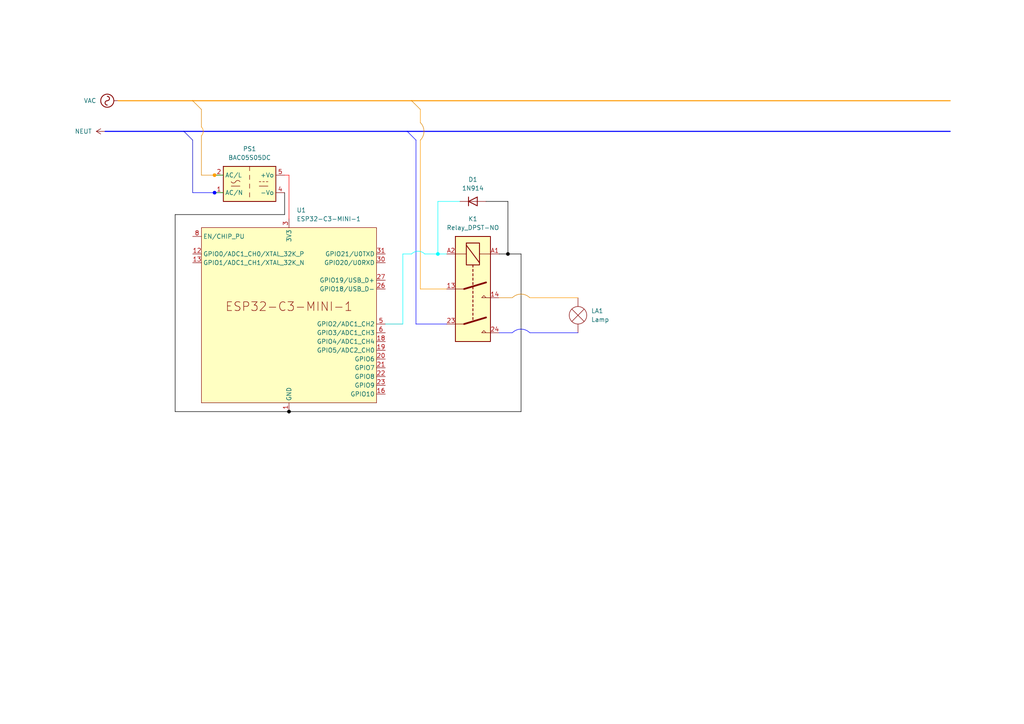
<source format=kicad_sch>
(kicad_sch (version 20230121) (generator eeschema)
  (paper "A4")
  (lib_symbols
    (symbol "Converter_ACDC:BAC05S05DC"
      (property "Reference" "PS" (at 0 6.35 0))
      (property "Value" "BAC05S05DC" (at 0 -6.35 0))
      (symbol "BAC05S05DC_0_1"
        (rectangle (start -7.62 5.08) (end 7.62 -5.08) (stroke (width 0.254)) (fill (type background)))
        (arc (start -5.334 0.635) (mid -4.699 0.2495) (end -4.064 0.635))
        (arc (start -2.794 0.635) (mid -3.429 1.0072) (end -4.064 0.635))
        (polyline (pts (xy -5.334 -0.635) (xy -2.794 -0.635)))
        (polyline (pts (xy 0 -2.54) (xy 0 -3.81)))
        (polyline (pts (xy 0 0) (xy 0 -1.27)))
        (polyline (pts (xy 0 2.54) (xy 0 1.27)))
        (polyline (pts (xy 0 5.08) (xy 0 3.81)))
        (polyline (pts (xy 2.794 -0.635) (xy 5.334 -0.635)))
        (polyline (pts (xy 2.794 0.635) (xy 3.302 0.635)))
        (polyline (pts (xy 3.81 0.635) (xy 4.318 0.635)))
        (polyline (pts (xy 4.826 0.635) (xy 5.334 0.635)))
      )
      (symbol "BAC05S05DC_1_1"
        (pin power_in line (at -10.16 -2.54 0) (length 2.54) (name "AC/N") (number "1"))
        (pin power_in line (at -10.16 2.54 0) (length 2.54) (name "AC/L") (number "2"))
        (pin no_connect line (at 7.62 0 180) (length 2.54) hide (name "NC") (number "3"))
        (pin power_out line (at 10.16 -2.54 180) (length 2.54) (name "-Vo") (number "4"))
        (pin power_out line (at 10.16 2.54 180) (length 2.54) (name "+Vo") (number "5"))
      )
    )
    (symbol "Device:Lamp" (pin_numbers hide) (pin_names (offset 0.0254) hide)
      (property "Reference" "LA" (at 0.635 3.81 0))
      (property "Value" "Lamp" (at 0.635 -3.81 0))
      (symbol "Lamp_0_1"
        (polyline (pts (xy -1.778 1.778) (xy 1.778 -1.778)))
        (polyline (pts (xy 1.778 1.778) (xy -1.778 -1.778)))
        (circle (center 0 0) (radius 2.54))
      )
      (symbol "Lamp_1_1"
        (pin passive line (at 0 -5.08 90) (length 2.54) (name "-") (number "1"))
        (pin passive line (at 0 5.08 270) (length 2.54) (name "+") (number "2"))
      )
    )
    (symbol "Diode:1N914" (pin_numbers hide) (pin_names hide)
      (property "Reference" "D" (at 0 2.54 0))
      (property "Value" "1N914" (at 0 -2.54 0))
      (symbol "1N914_0_1"
        (polyline (pts (xy -1.27 1.27) (xy -1.27 -1.27)) (stroke (width 0.254)))
        (polyline (pts (xy 1.27 0) (xy -1.27 0)))
        (polyline (pts (xy 1.27 1.27) (xy 1.27 -1.27) (xy -1.27 0) (xy 1.27 1.27)) (stroke (width 0.254)))
      )
      (symbol "1N914_1_1"
        (pin passive line (at -3.81 0 0) (length 2.54) (name "K") (number "1"))
        (pin passive line (at 3.81 0 180) (length 2.54) (name "A") (number "2"))
      )
    )
    (symbol "PCM_Espressif:ESP32-C3-MINI-1"
      (property "Reference" "U" (at -25.4 30.48 0))
      (property "Value" "ESP32-C3-MINI-1" (at -25.4 27.94 0))
      (symbol "ESP32-C3-MINI-1_0_0"
        (text "ESP32-C3-MINI-1" (at 0 2.54 0) (effects (font (size 2.54 2.54))))
      )
      (symbol "ESP32-C3-MINI-1_0_1"
        (rectangle (start -25.4 25.4) (end 25.4 -25.4) (fill (type background)))
      )
      (symbol "ESP32-C3-MINI-1_1_1"
        (pin power_in line (at 0 -27.94 90) (length 2.54) (name "GND") (number "1"))
        (pin no_connect line (at -25.4 2.54 0) (length 2.54) hide (name "NC") (number "10"))
        (pin passive line (at 0 -27.94 90) (length 2.54) hide (name "GND") (number "11"))
        (pin bidirectional line (at -27.94 17.78 0) (length 2.54) (name "GPIO0/ADC1_CH0/XTAL_32K_P") (number "12"))
        (pin bidirectional line (at -27.94 15.24 0) (length 2.54) (name "GPIO1/ADC1_CH1/XTAL_32K_N") (number "13"))
        (pin passive line (at 0 -27.94 90) (length 2.54) hide (name "GND") (number "14"))
        (pin no_connect line (at -25.4 0 0) (length 2.54) hide (name "NC") (number "15"))
        (pin bidirectional line (at 27.94 -22.86 180) (length 2.54) (name "GPIO10") (number "16"))
        (pin no_connect line (at -25.4 -2.54 0) (length 2.54) hide (name "NC") (number "17"))
        (pin bidirectional line (at 27.94 -7.62 180) (length 2.54) (name "GPIO4/ADC1_CH4") (number "18"))
        (pin bidirectional line (at 27.94 -10.16 180) (length 2.54) (name "GPIO5/ADC2_CH0") (number "19"))
        (pin passive line (at 0 -27.94 90) (length 2.54) hide (name "GND") (number "2"))
        (pin bidirectional line (at 27.94 -12.7 180) (length 2.54) (name "GPIO6") (number "20"))
        (pin bidirectional line (at 27.94 -15.24 180) (length 2.54) (name "GPIO7") (number "21"))
        (pin bidirectional line (at 27.94 -17.78 180) (length 2.54) (name "GPIO8") (number "22"))
        (pin bidirectional line (at 27.94 -20.32 180) (length 2.54) (name "GPIO9") (number "23"))
        (pin no_connect line (at -25.4 -5.08 0) (length 2.54) hide (name "NC") (number "24"))
        (pin no_connect line (at -25.4 -7.62 0) (length 2.54) hide (name "NC") (number "25"))
        (pin bidirectional line (at 27.94 7.62 180) (length 2.54) (name "GPIO18/USB_D-") (number "26"))
        (pin bidirectional line (at 27.94 10.16 180) (length 2.54) (name "GPIO19/USB_D+") (number "27"))
        (pin no_connect line (at -25.4 -10.16 0) (length 2.54) hide (name "NC") (number "28"))
        (pin no_connect line (at -25.4 -12.7 0) (length 2.54) hide (name "NC") (number "29"))
        (pin power_in line (at 0 27.94 270) (length 2.54) (name "3V3") (number "3"))
        (pin bidirectional line (at 27.94 15.24 180) (length 2.54) (name "GPIO20/U0RXD") (number "30"))
        (pin bidirectional line (at 27.94 17.78 180) (length 2.54) (name "GPIO21/U0TXD") (number "31"))
        (pin no_connect line (at -25.4 -15.24 0) (length 2.54) hide (name "NC") (number "32"))
        (pin no_connect line (at -25.4 -17.78 0) (length 2.54) hide (name "NC") (number "33"))
        (pin no_connect line (at -25.4 -20.32 0) (length 2.54) hide (name "NC") (number "34"))
        (pin no_connect line (at -25.4 -22.86 0) (length 2.54) hide (name "NC") (number "35"))
        (pin passive line (at 0 -27.94 90) (length 2.54) hide (name "GND") (number "36"))
        (pin passive line (at 0 -27.94 90) (length 2.54) hide (name "GND") (number "37"))
        (pin passive line (at 0 -27.94 90) (length 2.54) hide (name "GND") (number "38"))
        (pin passive line (at 0 -27.94 90) (length 2.54) hide (name "GND") (number "39"))
        (pin no_connect line (at -25.4 10.16 0) (length 2.54) hide (name "NC") (number "4"))
        (pin passive line (at 0 -27.94 90) (length 2.54) hide (name "GND") (number "40"))
        (pin passive line (at 0 -27.94 90) (length 2.54) hide (name "GND") (number "41"))
        (pin passive line (at 0 -27.94 90) (length 2.54) hide (name "GND") (number "42"))
        (pin passive line (at 0 -27.94 90) (length 2.54) hide (name "GND") (number "43"))
        (pin passive line (at 0 -27.94 90) (length 2.54) hide (name "GND") (number "44"))
        (pin passive line (at 0 -27.94 90) (length 2.54) hide (name "GND") (number "45"))
        (pin passive line (at 0 -27.94 90) (length 2.54) hide (name "GND") (number "46"))
        (pin passive line (at 0 -27.94 90) (length 2.54) hide (name "GND") (number "47"))
        (pin passive line (at 0 -27.94 90) (length 2.54) hide (name "GND") (number "48"))
        (pin passive line (at 0 -27.94 90) (length 2.54) hide (name "GND") (number "49"))
        (pin bidirectional line (at 27.94 -2.54 180) (length 2.54) (name "GPIO2/ADC1_CH2") (number "5"))
        (pin passive line (at 0 -27.94 90) (length 2.54) hide (name "GND") (number "50"))
        (pin passive line (at 0 -27.94 90) (length 2.54) hide (name "GND") (number "51"))
        (pin passive line (at 0 -27.94 90) (length 2.54) hide (name "GND") (number "52"))
        (pin passive line (at 0 -27.94 90) (length 2.54) hide (name "GND") (number "53"))
        (pin bidirectional line (at 27.94 -5.08 180) (length 2.54) (name "GPIO3/ADC1_CH3") (number "6"))
        (pin no_connect line (at -25.4 7.62 0) (length 2.54) hide (name "NC") (number "7"))
        (pin input line (at -27.94 22.86 0) (length 2.54) (name "EN/CHIP_PU") (number "8"))
        (pin no_connect line (at -25.4 5.08 0) (length 2.54) hide (name "NC") (number "9"))
      )
    )
    (symbol "Relay:Relay_DPST-NO"
      (property "Reference" "K" (at 16.51 3.81 0))
      (property "Value" "Relay_DPST-NO" (at 16.51 1.27 0))
      (symbol "Relay_DPST-NO_0_1"
        (rectangle (start -15.24 5.08) (end 15.24 -5.08) (stroke (width 0.254)) (fill (type background)))
        (rectangle (start -13.335 1.905) (end -6.985 -1.905) (stroke (width 0.254)))
        (polyline (pts (xy -12.7 -1.905) (xy -7.62 1.905)) (stroke (width 0.254)))
        (polyline (pts (xy -10.16 -5.08) (xy -10.16 -1.905)))
        (polyline (pts (xy -10.16 5.08) (xy -10.16 1.905)))
        (polyline (pts (xy -6.985 0) (xy -6.35 0)) (stroke (width 0.254)))
        (polyline (pts (xy -5.715 0) (xy -5.08 0)) (stroke (width 0.254)))
        (polyline (pts (xy -4.445 0) (xy -3.81 0)) (stroke (width 0.254)))
        (polyline (pts (xy -3.175 0) (xy -2.54 0)) (stroke (width 0.254)))
        (polyline (pts (xy -1.905 0) (xy -1.27 0)) (stroke (width 0.254)))
        (polyline (pts (xy -0.635 0) (xy 0 0)) (stroke (width 0.254)))
        (polyline (pts (xy 0 -2.54) (xy -1.905 3.81)) (stroke (width 0.508)))
        (polyline (pts (xy 0 -2.54) (xy 0 -5.08)))
        (polyline (pts (xy 0.635 0) (xy 1.27 0)) (stroke (width 0.254)))
        (polyline (pts (xy 1.905 0) (xy 2.54 0)) (stroke (width 0.254)))
        (polyline (pts (xy 3.175 0) (xy 3.81 0)) (stroke (width 0.254)))
        (polyline (pts (xy 4.445 0) (xy 5.08 0)) (stroke (width 0.254)))
        (polyline (pts (xy 5.715 0) (xy 6.35 0)) (stroke (width 0.254)))
        (polyline (pts (xy 6.985 0) (xy 7.62 0)) (stroke (width 0.254)))
        (polyline (pts (xy 8.255 0) (xy 8.89 0)) (stroke (width 0.254)))
        (polyline (pts (xy 10.16 -2.54) (xy 8.255 3.81)) (stroke (width 0.508)))
        (polyline (pts (xy 10.16 -2.54) (xy 10.16 -5.08)))
        (polyline (pts (xy 2.54 5.08) (xy 2.54 2.54) (xy 1.905 3.175) (xy 2.54 3.81)))
        (polyline (pts (xy 12.7 5.08) (xy 12.7 2.54) (xy 12.065 3.175) (xy 12.7 3.81)))
      )
      (symbol "Relay_DPST-NO_1_1"
        (pin passive line (at 0 -7.62 90) (length 2.54) (name "~") (number "13"))
        (pin passive line (at 2.54 7.62 270) (length 2.54) (name "~") (number "14"))
        (pin passive line (at 10.16 -7.62 90) (length 2.54) (name "~") (number "23"))
        (pin passive line (at 12.7 7.62 270) (length 2.54) (name "~") (number "24"))
        (pin passive line (at -10.16 7.62 270) (length 2.54) (name "~") (number "A1"))
        (pin passive line (at -10.16 -7.62 90) (length 2.54) (name "~") (number "A2"))
      )
    )
    (symbol "power:NEUT" (power) (pin_names (offset 0))
      (property "Value" "NEUT" (at 0 3.81 0))
      (symbol "NEUT_0_1"
        (polyline (pts (xy -0.762 1.27) (xy 0 2.54)))
        (polyline (pts (xy 0 0) (xy 0 2.54)))
        (polyline (pts (xy 0 2.54) (xy 0.762 1.27)))
      )
      (symbol "NEUT_1_1"
        (pin power_in line (at 0 0 90) (length 0) hide (name "NEUT") (number "1"))
      )
    )
    (symbol "power:VAC" (power) (pin_names (offset 0))
      (property "Value" "VAC" (at 0 6.35 0))
      (symbol "VAC_0_1"
        (polyline (pts (xy 0 0) (xy 0 1.27)))
        (arc (start 0 3.175) (mid -0.635 3.8073) (end -1.27 3.175) (stroke (width 0.254)))
        (arc (start 0 3.175) (mid 0.635 2.5427) (end 1.27 3.175) (stroke (width 0.254)))
        (circle (center 0 3.175) (radius 1.905) (stroke (width 0.254)))
      )
      (symbol "VAC_1_1"
        (pin power_in line (at 0 0 90) (length 0) hide (name "VAC") (number "1"))
      )
    )
  )
  (junction (at 147.32 73.66) (color 0 0 0 1))
  (junction (at 62.23 55.88) (color 0 0 255 1))
  (junction (at 62.23 50.8) (color 255 153 0 1))
  (junction (at 83.82 119.38) (color 0 0 0 1))
  (junction (at 127 73.66) (color 0 255 255 1))
  (bus_entry (at 119.38 29.21) (size 2.54 2.54) (stroke (width 0) (color 221 133 0 1)))
  (bus_entry (at 118.11 38.1) (size 2.54 2.54) (stroke (width 0) (color 0 0 255 1)))
  (bus_entry (at 53.34 38.1) (size 2.54 2.54) (stroke (width 0) (color 0 0 194 1)))
  (bus_entry (at 55.88 29.21) (size 2.54 2.54) (stroke (width 0) (color 221 133 0 1)))
  (wire (pts (xy 55.88 55.88) (xy 62.23 55.88)) (stroke (width 0) (color 0 0 255 1)))
  (wire (pts (xy 83.82 50.8) (xy 83.82 63.5)) (stroke (width 0) (color 255 0 0 1)))
  (wire (pts (xy 153.67 96.52) (xy 167.64 96.52)) (stroke (width 0) (color 0 0 255 1)))
  (wire (pts (xy 58.42 39.37) (xy 58.42 50.8)) (stroke (width 0) (color 221 133 0 1)))
  (wire (pts (xy 116.84 93.98) (xy 116.84 73.66)) (stroke (width 0) (color 0 255 255 1)))
  (wire (pts (xy 116.84 73.66) (xy 119.38 73.66)) (stroke (width 0) (color 0 255 255 1)))
  (wire (pts (xy 144.78 96.52) (xy 148.59 96.52)) (stroke (width 0) (color 0 0 255 1)))
  (wire (pts (xy 82.55 50.8) (xy 83.82 50.8)) (stroke (width 0) (color 255 0 0 1)))
  (wire (pts (xy 144.78 86.36) (xy 148.59 86.36)) (stroke (width 0) (color 221 133 0 1)))
  (bus (pts (xy 119.38 29.21) (xy 275.59 29.21)) (stroke (width 0) (color 255 153 0 1)))
  (wire (pts (xy 140.97 58.42) (xy 147.32 58.42)) (stroke (width 0) (color 0 0 0 1)))
  (wire (pts (xy 120.65 40.64) (xy 120.65 93.98)) (stroke (width 0) (color 0 0 255 1)))
  (wire (pts (xy 151.13 119.38) (xy 83.82 119.38)) (stroke (width 0) (color 0 0 0 1)))
  (wire (pts (xy 58.42 50.8) (xy 62.23 50.8)) (stroke (width 0) (color 221 133 0 1)))
  (wire (pts (xy 151.13 73.66) (xy 151.13 119.38)) (stroke (width 0) (color 0 0 0 1)))
  (wire (pts (xy 83.82 119.38) (xy 50.8 119.38)) (stroke (width 0) (color 0 0 0 1)))
  (wire (pts (xy 55.88 40.64) (xy 55.88 55.88)) (stroke (width 0) (color 0 0 194 1)))
  (bus (pts (xy 53.34 38.1) (xy 118.11 38.1)) (stroke (width 0) (color 0 0 255 1)))
  (bus (pts (xy 30.48 38.1) (xy 53.34 38.1)) (stroke (width 0) (color 0 0 255 1)))
  (wire (pts (xy 121.92 31.75) (xy 121.92 35.56)) (stroke (width 0) (color 255 153 0 1)))
  (wire (pts (xy 153.67 86.36) (xy 167.64 86.36)) (stroke (width 0) (color 255 153 0 1)))
  (wire (pts (xy 62.23 55.88) (xy 64.77 55.88)))
  (wire (pts (xy 82.55 62.23) (xy 82.55 55.88)) (stroke (width 0) (color 0 0 0 1)))
  (wire (pts (xy 129.54 83.82) (xy 121.92 83.82)) (stroke (width 0) (color 255 153 0 1)))
  (wire (pts (xy 127 58.42) (xy 127 73.66)) (stroke (width 0) (color 0 255 255 1)))
  (wire (pts (xy 147.32 58.42) (xy 147.32 73.66)) (stroke (width 0) (color 0 0 0 1)))
  (wire (pts (xy 121.92 40.64) (xy 121.92 83.82)) (stroke (width 0) (color 255 153 0 1)))
  (wire (pts (xy 58.42 31.75) (xy 58.42 36.83)) (stroke (width 0) (color 221 133 0 1)))
  (bus (pts (xy 34.29 29.21) (xy 55.88 29.21)) (stroke (width 0) (color 255 153 0 1)))
  (wire (pts (xy 111.76 93.98) (xy 116.84 93.98)) (stroke (width 0) (color 0 194 194 1)))
  (wire (pts (xy 62.23 50.8) (xy 64.77 50.8)))
  (wire (pts (xy 147.32 73.66) (xy 151.13 73.66)) (stroke (width 0) (color 0 0 0 1)))
  (wire (pts (xy 133.35 58.42) (xy 127 58.42)) (stroke (width 0) (color 0 255 255 1)))
  (wire (pts (xy 50.8 62.23) (xy 82.55 62.23)) (stroke (width 0) (color 0 0 0 1)))
  (wire (pts (xy 144.78 73.66) (xy 147.32 73.66)) (stroke (width 0) (color 0 0 0 1)))
  (wire (pts (xy 123.19 73.66) (xy 127 73.66)) (stroke (width 0) (color 0 255 255 1)))
  (wire (pts (xy 50.8 119.38) (xy 50.8 62.23)) (stroke (width 0) (color 0 0 0 1)))
  (wire (pts (xy 127 73.66) (xy 129.54 73.66)) (stroke (width 0) (color 0 255 255 1)))
  (bus (pts (xy 118.11 38.1) (xy 275.59 38.1)) (stroke (width 0) (color 0 0 255 1)))
  (bus (pts (xy 55.88 29.21) (xy 119.38 29.21)) (stroke (width 0) (color 255 153 0 1)))
  (wire (pts (xy 120.65 93.98) (xy 129.54 93.98)) (stroke (width 0) (color 0 0 255 1)))
  (arc (start 58.42 36.83) (mid 58.946 38.1) (end 58.42 39.37) (stroke (width 0) (color 255 153 0 1)))
  (arc (start 148.59 96.52) (mid 151.13 95.4679) (end 153.67 96.52) (stroke (width 0) (color 0 0 255 1)))
  (arc (start 121.92 35.56) (mid 122.9721 38.1) (end 121.92 40.64) (stroke (width 0) (color 221 133 0 1)))
  (arc (start 119.38 73.66) (mid 121.285 72.8709) (end 123.19 73.66) (stroke (width 0) (color 0 255 255 1)))
  (arc (start 148.59 86.36) (mid 151.13 85.3079) (end 153.67 86.36) (stroke (width 0) (color 221 133 0 1)))
  (symbol (lib_id "PCM_Espressif:ESP32-C3-MINI-1") (at 83.82 91.44 0) (unit 1)
    (property "Reference" "U1" (at 86.0141 60.96 0) (effects (justify left)))
    (property "Value" "ESP32-C3-MINI-1" (at 86.0141 63.5 0) (effects (justify left)))
    (property "Footprint" "PCM_Espressif:ESP32-C3-MINI-1" (effects hide))
    (property "Datasheet" "https://www.espressif.com/sites/default/files/documentation/esp32-c3-mini-1_datasheet_en.pdf" (effects hide))
  )
  (symbol (lib_id "Converter_ACDC:BAC05S05DC") (at 72.39 53.34 0) (unit 1)
    (property "Reference" "PS1" (at 72.39 43.18 0))
    (property "Value" "BAC05S05DC" (at 72.39 45.72 0))
    (property "Footprint" "Converter_ACDC:Converter_ACDC_Murata_BAC05SxxDC_THT" (effects hide))
    (property "Datasheet" "https://www.murata.com/products/productdata/8809982558238/KAC-BAC05.pdf" (effects hide))
  )
  (symbol (lib_id "Relay:Relay_DPST-NO") (at 137.16 83.82 270) (unit 1)
    (property "Reference" "K1" (at 137.16 63.5 90))
    (property "Value" "Relay_DPST-NO" (at 137.16 66.04 90))
  )
  (symbol (lib_id "Device:Lamp") (at 167.64 91.44 0) (unit 1)
    (property "Reference" "LA1" (at 171.45 90.17 0) (effects (justify left)))
    (property "Value" "Lamp" (at 171.45 92.71 0) (effects (justify left)))
  )
  (symbol (lib_id "Diode:1N914") (at 137.16 58.42 0) (unit 1)
    (property "Reference" "D1" (at 137.16 52.07 0))
    (property "Value" "1N914" (at 137.16 54.61 0))
    (property "Footprint" "Diode_THT:D_DO-35_SOD27_P7.62mm_Horizontal" (effects hide))
    (property "Datasheet" "http://www.vishay.com/docs/85622/1n914.pdf" (effects hide))
    (property "Sim.Device" "D" (effects hide))
    (property "Sim.Pins" "1=K 2=A" (effects hide))
  )
  (symbol (lib_id "power:NEUT") (at 30.48 38.1 90) (unit 1)
    (property "Reference" "#PWR02" (effects hide))
    (property "Value" "NEUT" (at 26.67 38.1 90) (effects (justify left)))
  )
  (symbol (lib_id "power:VAC") (at 34.29 29.21 90) (unit 1)
    (property "Reference" "#PWR01" (effects hide))
    (property "Value" "VAC" (at 27.94 29.21 90) (effects (justify left)))
  )
)
</source>
